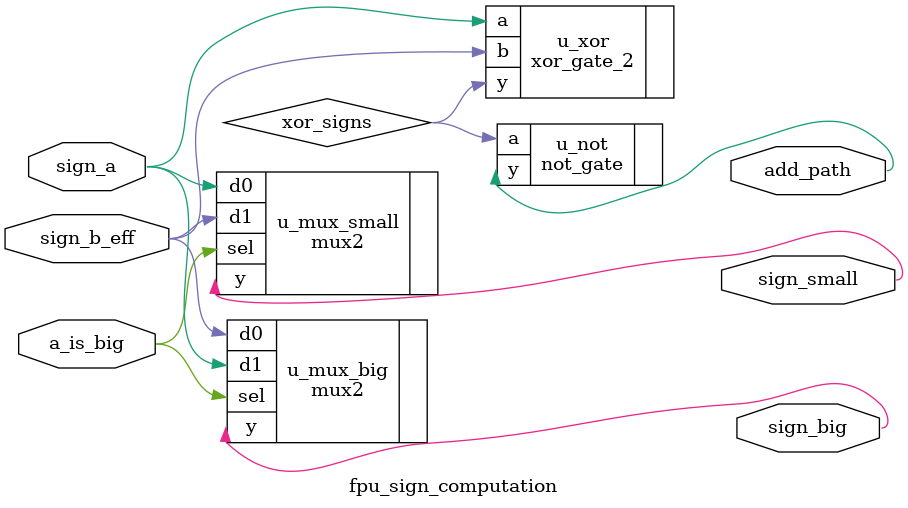
<source format=sv>
`timescale 1ns/1ps

module fpu_sign_computation (
    input  logic sign_a,
    input  logic sign_b_eff, 
    input  logic a_is_big,   
    output logic sign_big,   
    output logic sign_small,   
    output logic add_path     
);
    
    mux2 #(.N(1)) u_mux_big (
        .d0 (sign_b_eff),
        .d1 (sign_a),
        .sel(a_is_big),
        .y  (sign_big)
    );

    mux2 #(.N(1)) u_mux_small (
        .d0 (sign_a),
        .d1 (sign_b_eff),
        .sel(a_is_big),
        .y  (sign_small)
    );

    logic xor_signs;
    xor_gate_2 u_xor (.a(sign_a), .b(sign_b_eff), .y(xor_signs));
    not_gate   u_not (.a(xor_signs), .y(add_path));

endmodule
</source>
